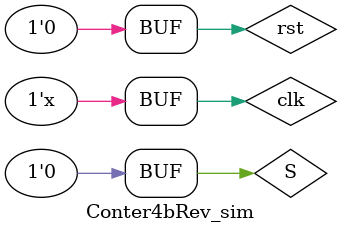
<source format=v>
`timescale 1ns / 1ps


module Conter4bRev_sim;

	// Inputs
	reg clk;
	reg rst;
	reg S;

	// Outputs
	wire [3:0] cnt;
	wire Rc;

	// Instantiate the Unit Under Test (UUT)
	Counter4bRev uut (
		.clk(clk), 
		.rst(rst), 
		.S(S), 
		.cnt(cnt), 
		.Rc(Rc)
	);

	initial begin
		// Initialize Inputs
		clk = 0;
		rst = 0;
		S = 0;
	end
	
	always #20 clk = ~clk;
      
endmodule


</source>
